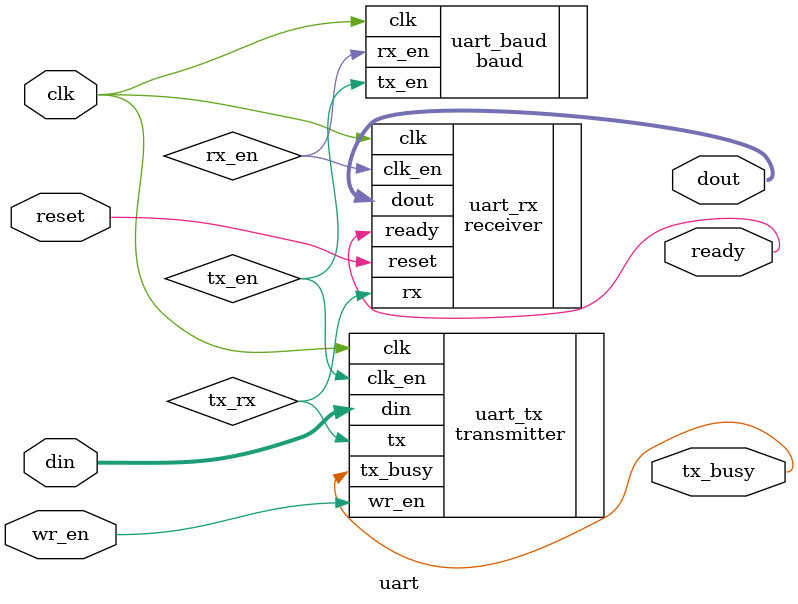
<source format=v>
module uart(input wire [7:0] din,
	    input wire wr_en,
	    input wire clk,
	    output wire tx_busy,
	    output wire ready,
	    input wire reset,
	    output wire [7:0] dout);

wire rx_en, tx_en, tx_rx;

baud uart_baud(.clk(clk),
			.rx_en(rx_en),
			.tx_en(tx_en));

transmitter uart_tx(.din(din),
		    .wr_en(wr_en),
		    .clk(clk),
		    .clk_en(tx_en),
		    .tx(tx_rx),
		    .tx_busy(tx_busy));

receiver uart_rx(.rx(tx_rx),
		 	.ready(ready),
		 	.reset(reset),
		 	.clk(clk),
		 	.clk_en(rx_en),
		 	.dout(dout));

endmodule

</source>
